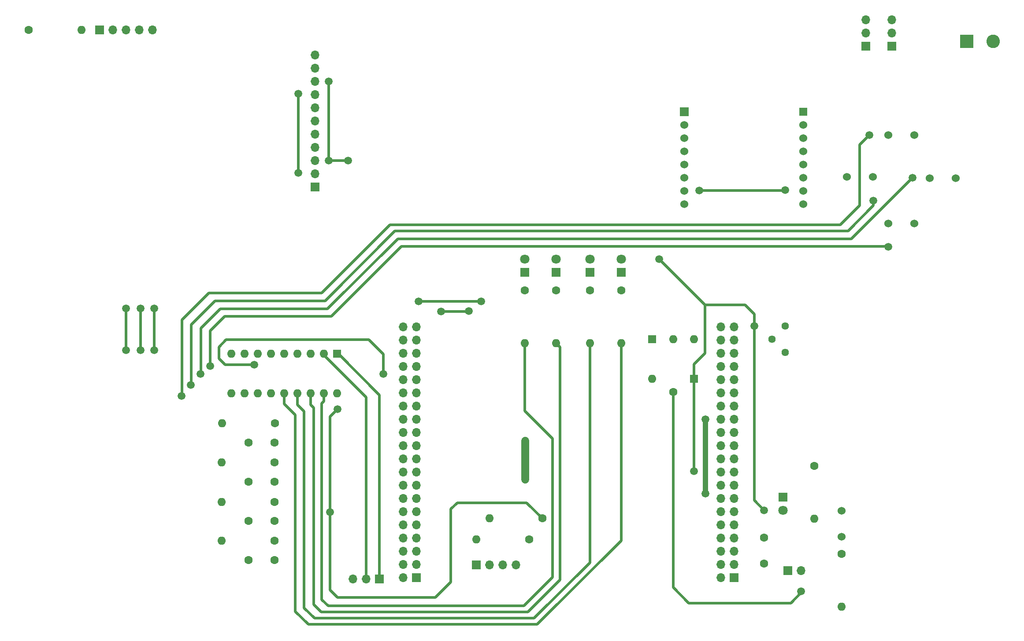
<source format=gbr>
%TF.GenerationSoftware,KiCad,Pcbnew,8.0.2*%
%TF.CreationDate,2024-05-28T15:51:09+02:00*%
%TF.ProjectId,Remote_Board_L476RG,52656d6f-7465-45f4-926f-6172645f4c34,rev?*%
%TF.SameCoordinates,Original*%
%TF.FileFunction,Copper,L1,Top*%
%TF.FilePolarity,Positive*%
%FSLAX46Y46*%
G04 Gerber Fmt 4.6, Leading zero omitted, Abs format (unit mm)*
G04 Created by KiCad (PCBNEW 8.0.2) date 2024-05-28 15:51:09*
%MOMM*%
%LPD*%
G01*
G04 APERTURE LIST*
%TA.AperFunction,ComponentPad*%
%ADD10R,1.700000X1.700000*%
%TD*%
%TA.AperFunction,ComponentPad*%
%ADD11O,1.700000X1.700000*%
%TD*%
%TA.AperFunction,ComponentPad*%
%ADD12C,1.600000*%
%TD*%
%TA.AperFunction,ComponentPad*%
%ADD13O,1.600000X1.600000*%
%TD*%
%TA.AperFunction,ComponentPad*%
%ADD14R,1.676400X1.676400*%
%TD*%
%TA.AperFunction,ComponentPad*%
%ADD15C,1.524000*%
%TD*%
%TA.AperFunction,ComponentPad*%
%ADD16R,1.524000X1.524000*%
%TD*%
%TA.AperFunction,ComponentPad*%
%ADD17R,1.800000X1.800000*%
%TD*%
%TA.AperFunction,ComponentPad*%
%ADD18C,1.800000*%
%TD*%
%TA.AperFunction,ComponentPad*%
%ADD19R,1.600000X1.600000*%
%TD*%
%TA.AperFunction,ComponentPad*%
%ADD20R,2.600000X2.600000*%
%TD*%
%TA.AperFunction,ComponentPad*%
%ADD21C,2.600000*%
%TD*%
%TA.AperFunction,ComponentPad*%
%ADD22C,1.440000*%
%TD*%
%TA.AperFunction,ViaPad*%
%ADD23C,1.500000*%
%TD*%
%TA.AperFunction,Conductor*%
%ADD24C,1.500000*%
%TD*%
%TA.AperFunction,Conductor*%
%ADD25C,0.500000*%
%TD*%
%TA.AperFunction,Conductor*%
%ADD26C,1.000000*%
%TD*%
G04 APERTURE END LIST*
D10*
%TO.P,J5,1,Pin_1*%
%TO.N,unconnected-(J5-Pin_1-Pad1)*%
X217200000Y-141760000D03*
D11*
%TO.P,J5,2,Pin_2*%
%TO.N,unconnected-(J5-Pin_2-Pad2)*%
X214660000Y-141760000D03*
%TO.P,J5,3,Pin_3*%
%TO.N,SW5_OUT*%
X217200000Y-139220000D03*
%TO.P,J5,4,Pin_4*%
%TO.N,unconnected-(J5-Pin_4-Pad4)*%
X214660000Y-139220000D03*
%TO.P,J5,5,Pin_5*%
%TO.N,LED_OUT*%
X217200000Y-136680000D03*
%TO.P,J5,6,Pin_6*%
%TO.N,unconnected-(J5-Pin_6-Pad6)*%
X214660000Y-136680000D03*
%TO.P,J5,7,Pin_7*%
%TO.N,unconnected-(J5-Pin_7-Pad7)*%
X217200000Y-134140000D03*
%TO.P,J5,8,Pin_8*%
%TO.N,unconnected-(J5-Pin_8-Pad8)*%
X214660000Y-134140000D03*
%TO.P,J5,9,Pin_9*%
%TO.N,unconnected-(J5-Pin_9-Pad9)*%
X217200000Y-131600000D03*
%TO.P,J5,10,Pin_10*%
%TO.N,unconnected-(J5-Pin_10-Pad10)*%
X214660000Y-131600000D03*
%TO.P,J5,11,Pin_11*%
%TO.N,unconnected-(J5-Pin_11-Pad11)*%
X217200000Y-129060000D03*
%TO.P,J5,12,Pin_12*%
%TO.N,unconnected-(J5-Pin_12-Pad12)*%
X214660000Y-129060000D03*
%TO.P,J5,13,Pin_13*%
%TO.N,unconnected-(J5-Pin_13-Pad13)*%
X217200000Y-126520000D03*
%TO.P,J5,14,Pin_14*%
%TO.N,unconnected-(J5-Pin_14-Pad14)*%
X214660000Y-126520000D03*
%TO.P,J5,15,Pin_15*%
%TO.N,unconnected-(J5-Pin_15-Pad15)*%
X217200000Y-123980000D03*
%TO.P,J5,16,Pin_16*%
%TO.N,unconnected-(J5-Pin_16-Pad16)*%
X214660000Y-123980000D03*
%TO.P,J5,17,Pin_17*%
%TO.N,nRF_INT*%
X217200000Y-121440000D03*
%TO.P,J5,18,Pin_18*%
%TO.N,3.3V_NUC*%
X214660000Y-121440000D03*
%TO.P,J5,19,Pin_19*%
%TO.N,nRF_CE*%
X217200000Y-118900000D03*
%TO.P,J5,20,Pin_20*%
%TO.N,5V_NUC*%
X214660000Y-118900000D03*
%TO.P,J5,21,Pin_21*%
%TO.N,GND*%
X217200000Y-116360000D03*
%TO.P,J5,22,Pin_22*%
X214660000Y-116360000D03*
%TO.P,J5,23,Pin_23*%
%TO.N,nRF_CS*%
X217200000Y-113820000D03*
%TO.P,J5,24,Pin_24*%
%TO.N,GND*%
X214660000Y-113820000D03*
%TO.P,J5,25,Pin_25*%
%TO.N,USER_BUTTON*%
X217200000Y-111280000D03*
%TO.P,J5,26,Pin_26*%
%TO.N,VIN*%
X214660000Y-111280000D03*
%TO.P,J5,27,Pin_27*%
%TO.N,unconnected-(J5-Pin_27-Pad27)*%
X217200000Y-108740000D03*
%TO.P,J5,28,Pin_28*%
%TO.N,unconnected-(J5-Pin_28-Pad28)*%
X214660000Y-108740000D03*
%TO.P,J5,29,Pin_29*%
%TO.N,unconnected-(J5-Pin_29-Pad29)*%
X217200000Y-106200000D03*
%TO.P,J5,30,Pin_30*%
%TO.N,unconnected-(J5-Pin_30-Pad30)*%
X214660000Y-106200000D03*
%TO.P,J5,31,Pin_31*%
%TO.N,unconnected-(J5-Pin_31-Pad31)*%
X217200000Y-103660000D03*
%TO.P,J5,32,Pin_32*%
%TO.N,unconnected-(J5-Pin_32-Pad32)*%
X214660000Y-103660000D03*
%TO.P,J5,33,Pin_33*%
%TO.N,unconnected-(J5-Pin_33-Pad33)*%
X217200000Y-101120000D03*
%TO.P,J5,34,Pin_34*%
%TO.N,ADC_OUT*%
X214660000Y-101120000D03*
%TO.P,J5,35,Pin_35*%
%TO.N,unconnected-(J5-Pin_35-Pad35)*%
X217200000Y-98580000D03*
%TO.P,J5,36,Pin_36*%
%TO.N,unconnected-(J5-Pin_36-Pad36)*%
X214660000Y-98580000D03*
%TO.P,J5,37,Pin_37*%
%TO.N,POT_OUT*%
X217200000Y-96040000D03*
%TO.P,J5,38,Pin_38*%
%TO.N,unconnected-(J5-Pin_38-Pad38)*%
X214660000Y-96040000D03*
%TO.P,J5,39,Pin_39*%
%TO.N,AN_IN*%
X217200000Y-93500000D03*
%TO.P,J5,40,Pin_40*%
%TO.N,unconnected-(J5-Pin_40-Pad40)*%
X214660000Y-93500000D03*
%TD*%
D10*
%TO.P,J6,1,Pin_1*%
%TO.N,unconnected-(J6-Pin_1-Pad1)*%
X156160001Y-141760000D03*
D11*
%TO.P,J6,2,Pin_2*%
%TO.N,unconnected-(J6-Pin_2-Pad2)*%
X153620001Y-141760000D03*
%TO.P,J6,3,Pin_3*%
%TO.N,unconnected-(J6-Pin_3-Pad3)*%
X156160001Y-139220000D03*
%TO.P,J6,4,Pin_4*%
%TO.N,LCD_DC*%
X153620001Y-139220000D03*
%TO.P,J6,5,Pin_5*%
%TO.N,SCL*%
X156160001Y-136680000D03*
%TO.P,J6,6,Pin_6*%
%TO.N,LCD_RES*%
X153620001Y-136680000D03*
%TO.P,J6,7,Pin_7*%
%TO.N,SDA*%
X156160001Y-134140000D03*
%TO.P,J6,8,Pin_8*%
%TO.N,LCD_CS*%
X153620001Y-134140000D03*
%TO.P,J6,9,Pin_9*%
%TO.N,unconnected-(J6-Pin_9-Pad9)*%
X156160001Y-131600000D03*
%TO.P,J6,10,Pin_10*%
%TO.N,unconnected-(J6-Pin_10-Pad10)*%
X153620001Y-131600000D03*
%TO.P,J6,11,Pin_11*%
%TO.N,unconnected-(J6-Pin_11-Pad11)*%
X156160001Y-129060000D03*
%TO.P,J6,12,Pin_12*%
%TO.N,unconnected-(J6-Pin_12-Pad12)*%
X153620001Y-129060000D03*
%TO.P,J6,13,Pin_13*%
%TO.N,SCK*%
X156160001Y-126520000D03*
%TO.P,J6,14,Pin_14*%
%TO.N,SW1_OUT*%
X153620001Y-126520000D03*
%TO.P,J6,15,Pin_15*%
%TO.N,MISO*%
X156160001Y-123980000D03*
%TO.P,J6,16,Pin_16*%
%TO.N,SW2_OUT*%
X153620001Y-123980000D03*
%TO.P,J6,17,Pin_17*%
%TO.N,MOSI*%
X156160001Y-121440000D03*
%TO.P,J6,18,Pin_18*%
%TO.N,SW3_OUT*%
X153620001Y-121440000D03*
%TO.P,J6,19,Pin_19*%
%TO.N,unconnected-(J6-Pin_19-Pad19)*%
X156160001Y-118900000D03*
%TO.P,J6,20,Pin_20*%
%TO.N,SW4_OUT*%
X153620001Y-118900000D03*
%TO.P,J6,21,Pin_21*%
%TO.N,unconnected-(J6-Pin_21-Pad21)*%
X156160001Y-116360000D03*
%TO.P,J6,22,Pin_22*%
%TO.N,GND*%
X153620001Y-116360000D03*
%TO.P,J6,23,Pin_23*%
%TO.N,unconnected-(J6-Pin_23-Pad23)*%
X156160001Y-113820000D03*
%TO.P,J6,24,Pin_24*%
%TO.N,JOYSW*%
X153620001Y-113820000D03*
%TO.P,J6,25,Pin_25*%
%TO.N,unconnected-(J6-Pin_25-Pad25)*%
X156160001Y-111280000D03*
%TO.P,J6,26,Pin_26*%
%TO.N,JOYY*%
X153620001Y-111280000D03*
%TO.P,J6,27,Pin_27*%
%TO.N,unconnected-(J6-Pin_27-Pad27)*%
X156160001Y-108740000D03*
%TO.P,J6,28,Pin_28*%
%TO.N,unconnected-(J6-Pin_28-Pad28)*%
X153620001Y-108740000D03*
%TO.P,J6,29,Pin_29*%
%TO.N,unconnected-(J6-Pin_29-Pad29)*%
X156160001Y-106200000D03*
%TO.P,J6,30,Pin_30*%
%TO.N,unconnected-(J6-Pin_30-Pad30)*%
X153620001Y-106200000D03*
%TO.P,J6,31,Pin_31*%
%TO.N,unconnected-(J6-Pin_31-Pad31)*%
X156160001Y-103660000D03*
%TO.P,J6,32,Pin_32*%
%TO.N,MCP_INT*%
X153620001Y-103660000D03*
%TO.P,J6,33,Pin_33*%
%TO.N,unconnected-(J6-Pin_33-Pad33)*%
X156160001Y-101120000D03*
%TO.P,J6,34,Pin_34*%
%TO.N,unconnected-(J6-Pin_34-Pad34)*%
X153620001Y-101120000D03*
%TO.P,J6,35,Pin_35*%
%TO.N,SD_CS*%
X156160001Y-98580000D03*
%TO.P,J6,36,Pin_36*%
%TO.N,JOYX*%
X153620001Y-98580000D03*
%TO.P,J6,37,Pin_37*%
%TO.N,unconnected-(J6-Pin_37-Pad37)*%
X156160001Y-96040000D03*
%TO.P,J6,38,Pin_38*%
%TO.N,unconnected-(J6-Pin_38-Pad38)*%
X153620001Y-96040000D03*
%TO.P,J6,39,Pin_39*%
%TO.N,unconnected-(J6-Pin_39-Pad39)*%
X156160001Y-93500000D03*
%TO.P,J6,40,Pin_40*%
%TO.N,unconnected-(J6-Pin_40-Pad40)*%
X153620001Y-93500000D03*
%TD*%
D12*
%TO.P,R2,1*%
%TO.N,SW1_OUT*%
X128900000Y-134700000D03*
D13*
%TO.P,R2,2*%
%TO.N,GND*%
X118740000Y-134700000D03*
%TD*%
D14*
%TO.P,CON1,P1,AN*%
%TO.N,unconnected-(CON1-AN-PadP1)*%
X207670000Y-52130000D03*
D15*
%TO.P,CON1,P2,RST*%
%TO.N,nRF_CE*%
X207670000Y-54670000D03*
%TO.P,CON1,P3,CS*%
%TO.N,nRF_CS*%
X207670000Y-57210000D03*
%TO.P,CON1,P4,SCK*%
%TO.N,SCK*%
X207670000Y-59750000D03*
%TO.P,CON1,P5,MISO*%
%TO.N,MISO*%
X207670000Y-62290000D03*
%TO.P,CON1,P6,MOSI*%
%TO.N,MOSI*%
X207670000Y-64830000D03*
%TO.P,CON1,P7,3V3*%
%TO.N,3.3V_NUC*%
X207670000Y-67370000D03*
%TO.P,CON1,P8,GND1*%
%TO.N,GND*%
X207670000Y-69910000D03*
%TO.P,CON1,P9,GND2*%
X230530000Y-69910000D03*
%TO.P,CON1,P10,5V*%
%TO.N,unconnected-(CON1-5V-PadP10)*%
X230530000Y-67370000D03*
%TO.P,CON1,P11,SDA*%
%TO.N,unconnected-(CON1-SDA-PadP11)*%
X230530000Y-64830000D03*
%TO.P,CON1,P12,SCL*%
%TO.N,unconnected-(CON1-SCL-PadP12)*%
X230530000Y-62290000D03*
%TO.P,CON1,P13,RX*%
%TO.N,unconnected-(CON1-RX-PadP13)*%
X230530000Y-59750000D03*
%TO.P,CON1,P14,TX*%
%TO.N,unconnected-(CON1-TX-PadP14)*%
X230530000Y-57210000D03*
%TO.P,CON1,P15,INT*%
%TO.N,nRF_INT*%
X230530000Y-54670000D03*
D16*
%TO.P,CON1,P16,PWM*%
%TO.N,unconnected-(CON1-PWM-PadP16)*%
X230530000Y-52130000D03*
%TD*%
D17*
%TO.P,D5,1,K*%
%TO.N,Net-(D5-K)*%
X189500000Y-83040000D03*
D18*
%TO.P,D5,2,A*%
%TO.N,3.3V_NUC*%
X189500000Y-80500000D03*
%TD*%
D19*
%TO.P,D2,1,K*%
%TO.N,AN_IN*%
X201500000Y-95880000D03*
D13*
%TO.P,D2,2,A*%
%TO.N,GND*%
X201500000Y-103500000D03*
%TD*%
D19*
%TO.P,D1,1,K*%
%TO.N,3.3V_NUC*%
X209500000Y-103500000D03*
D13*
%TO.P,D1,2,A*%
%TO.N,AN_IN*%
X209500000Y-95880000D03*
%TD*%
D12*
%TO.P,R8,1*%
%TO.N,3.3V_NUC*%
X177860000Y-134400000D03*
D13*
%TO.P,R8,2*%
%TO.N,SCL*%
X167700000Y-134400000D03*
%TD*%
D12*
%TO.P,R5,1*%
%TO.N,SW2_OUT*%
X128900000Y-127200000D03*
D13*
%TO.P,R5,2*%
%TO.N,GND*%
X118740000Y-127200000D03*
%TD*%
D12*
%TO.P,C4,1*%
%TO.N,3.3V_NUC*%
X123900000Y-123300000D03*
%TO.P,C4,2*%
%TO.N,SW3_OUT*%
X128900000Y-123300000D03*
%TD*%
D20*
%TO.P,J4,1,Pin_1*%
%TO.N,GND*%
X261910000Y-38600000D03*
D21*
%TO.P,J4,2,Pin_2*%
%TO.N,VIN*%
X266990000Y-38600000D03*
%TD*%
D12*
%TO.P,R13,1*%
%TO.N,Net-(D5-K)*%
X189500000Y-86500000D03*
D13*
%TO.P,R13,2*%
%TO.N,LED2*%
X189500000Y-96660000D03*
%TD*%
D10*
%TO.P,J7,1,Pin_1*%
%TO.N,SCL*%
X149050000Y-142050000D03*
D11*
%TO.P,J7,2,Pin_2*%
%TO.N,SDA*%
X146510000Y-142050000D03*
%TO.P,J7,3,Pin_3*%
%TO.N,GND*%
X143970000Y-142050000D03*
%TD*%
D12*
%TO.P,R3,1*%
%TO.N,3.3V_NUC*%
X81640000Y-36400000D03*
D13*
%TO.P,R3,2*%
%TO.N,JOYSW*%
X91800000Y-36400000D03*
%TD*%
D10*
%TO.P,J1,1,Pin_1*%
%TO.N,SD_CS*%
X136700000Y-66580000D03*
D11*
%TO.P,J1,2,Pin_2*%
%TO.N,MOSI*%
X136700000Y-64040000D03*
%TO.P,J1,3,Pin_3*%
%TO.N,SCK*%
X136700000Y-61500000D03*
%TO.P,J1,4,Pin_4*%
%TO.N,MISO*%
X136700000Y-58960000D03*
%TO.P,J1,5,Pin_5*%
%TO.N,LCD_CS*%
X136700000Y-56420000D03*
%TO.P,J1,6,Pin_6*%
%TO.N,LCD_RES*%
X136700000Y-53880000D03*
%TO.P,J1,7,Pin_7*%
%TO.N,LCD_DC*%
X136700000Y-51340000D03*
%TO.P,J1,8,Pin_8*%
%TO.N,MOSI*%
X136700000Y-48800000D03*
%TO.P,J1,9,Pin_9*%
%TO.N,SCK*%
X136700000Y-46260000D03*
%TO.P,J1,10,Pin_10*%
%TO.N,GND*%
X136700000Y-43720000D03*
%TO.P,J1,11,Pin_11*%
%TO.N,3.3V_NUC*%
X136700000Y-41180000D03*
%TD*%
D12*
%TO.P,R12,1*%
%TO.N,Net-(D4-K)*%
X195500000Y-86500000D03*
D13*
%TO.P,R12,2*%
%TO.N,LED1*%
X195500000Y-96660000D03*
%TD*%
D15*
%TO.P,SW5,1,1*%
%TO.N,3.3V_NUC*%
X237900000Y-128900000D03*
%TO.P,SW5,2,2*%
%TO.N,SW5_OUT*%
X237900000Y-133900000D03*
%TD*%
D10*
%TO.P,J8,1,Pin_1*%
%TO.N,SCL*%
X167700000Y-139350000D03*
D11*
%TO.P,J8,2,Pin_2*%
%TO.N,SDA*%
X170240000Y-139350000D03*
%TO.P,J8,3,Pin_3*%
%TO.N,5V_NUC*%
X172780000Y-139350000D03*
%TO.P,J8,4,Pin_4*%
%TO.N,GND*%
X175320000Y-139350000D03*
%TD*%
D12*
%TO.P,R7,1*%
%TO.N,SW4_OUT*%
X129000000Y-112100000D03*
D13*
%TO.P,R7,2*%
%TO.N,GND*%
X118840000Y-112100000D03*
%TD*%
D12*
%TO.P,R14,1*%
%TO.N,Net-(D6-K)*%
X183000000Y-86500000D03*
D13*
%TO.P,R14,2*%
%TO.N,LED3*%
X183000000Y-96660000D03*
%TD*%
D10*
%TO.P,J9,1,Pin_1*%
%TO.N,GND*%
X242500000Y-39500000D03*
D11*
%TO.P,J9,2,Pin_2*%
X242500000Y-36960000D03*
%TO.P,J9,3,Pin_3*%
X242500000Y-34420000D03*
%TD*%
D10*
%TO.P,J2,1,Pin_1*%
%TO.N,JOYSW*%
X95275000Y-36350000D03*
D11*
%TO.P,J2,2,Pin_2*%
%TO.N,JOYY*%
X97815000Y-36350000D03*
%TO.P,J2,3,Pin_3*%
%TO.N,JOYX*%
X100355000Y-36350000D03*
%TO.P,J2,4,Pin_4*%
%TO.N,GND*%
X102895000Y-36350000D03*
%TO.P,J2,5,Pin_5*%
%TO.N,3.3V_NUC*%
X105435000Y-36350000D03*
%TD*%
D15*
%TO.P,SW1,1,1*%
%TO.N,3.3V_NUC*%
X251800000Y-56600000D03*
%TO.P,SW1,2,2*%
%TO.N,SW1_OUT*%
X246800000Y-56600000D03*
%TD*%
D17*
%TO.P,D7,1,K*%
%TO.N,Net-(D7-K)*%
X177000000Y-83040000D03*
D18*
%TO.P,D7,2,A*%
%TO.N,3.3V_NUC*%
X177000000Y-80500000D03*
%TD*%
D12*
%TO.P,R16,1*%
%TO.N,SW5_OUT*%
X237900000Y-137200000D03*
D13*
%TO.P,R16,2*%
%TO.N,GND*%
X237900000Y-147360000D03*
%TD*%
D12*
%TO.P,R11,1*%
%TO.N,Net-(D3-K)*%
X232600000Y-120300000D03*
D13*
%TO.P,R11,2*%
%TO.N,LED_OUT*%
X232600000Y-130460000D03*
%TD*%
D12*
%TO.P,R9,1*%
%TO.N,3.3V_NUC*%
X180360000Y-130400000D03*
D13*
%TO.P,R9,2*%
%TO.N,SDA*%
X170200000Y-130400000D03*
%TD*%
D17*
%TO.P,D4,1,K*%
%TO.N,Net-(D4-K)*%
X195500000Y-83040000D03*
D18*
%TO.P,D4,2,A*%
%TO.N,3.3V_NUC*%
X195500000Y-80500000D03*
%TD*%
D12*
%TO.P,C3,1*%
%TO.N,3.3V_NUC*%
X123900000Y-130900000D03*
%TO.P,C3,2*%
%TO.N,SW2_OUT*%
X128900000Y-130900000D03*
%TD*%
%TO.P,R6,1*%
%TO.N,SW3_OUT*%
X128900000Y-119600000D03*
D13*
%TO.P,R6,2*%
%TO.N,GND*%
X118740000Y-119600000D03*
%TD*%
D17*
%TO.P,D6,1,K*%
%TO.N,Net-(D6-K)*%
X183000000Y-83040000D03*
D18*
%TO.P,D6,2,A*%
%TO.N,3.3V_NUC*%
X183000000Y-80500000D03*
%TD*%
D12*
%TO.P,C2,1*%
%TO.N,3.3V_NUC*%
X123900000Y-138400000D03*
%TO.P,C2,2*%
%TO.N,SW1_OUT*%
X128900000Y-138400000D03*
%TD*%
D22*
%TO.P,RV1,1,1*%
%TO.N,3.3V_NUC*%
X227000000Y-93400000D03*
%TO.P,RV1,2,2*%
%TO.N,POT_OUT*%
X224460000Y-95940000D03*
%TO.P,RV1,3,3*%
%TO.N,GND*%
X227000000Y-98480000D03*
%TD*%
D15*
%TO.P,SW3,1,1*%
%TO.N,3.3V_NUC*%
X259800000Y-64900000D03*
%TO.P,SW3,2,2*%
%TO.N,SW3_OUT*%
X254800000Y-64900000D03*
%TD*%
%TO.P,SW4,1,1*%
%TO.N,3.3V_NUC*%
X251800000Y-73600000D03*
%TO.P,SW4,2,2*%
%TO.N,SW4_OUT*%
X246800000Y-73600000D03*
%TD*%
D10*
%TO.P,J3,1,Pin_1*%
%TO.N,GND*%
X227560000Y-140400000D03*
D11*
%TO.P,J3,2,Pin_2*%
%TO.N,Net-(J3-Pin_2)*%
X230100000Y-140400000D03*
%TD*%
D15*
%TO.P,SW2,1,1*%
%TO.N,3.3V_NUC*%
X238900000Y-64700000D03*
%TO.P,SW2,2,2*%
%TO.N,SW2_OUT*%
X243900000Y-64700000D03*
%TD*%
D12*
%TO.P,R15,1*%
%TO.N,Net-(D7-K)*%
X177000000Y-86500000D03*
D13*
%TO.P,R15,2*%
%TO.N,LED4*%
X177000000Y-96660000D03*
%TD*%
D10*
%TO.P,J10,1,Pin_1*%
%TO.N,3.3V_NUC*%
X247500000Y-39500000D03*
D11*
%TO.P,J10,2,Pin_2*%
X247500000Y-36960000D03*
%TO.P,J10,3,Pin_3*%
X247500000Y-34420000D03*
%TD*%
D19*
%TO.P,U1,1,SCL*%
%TO.N,SCL*%
X140920000Y-98740000D03*
D13*
%TO.P,U1,2,SDA*%
%TO.N,SDA*%
X138380000Y-98740000D03*
%TO.P,U1,3,A2*%
%TO.N,GND*%
X135840000Y-98740000D03*
%TO.P,U1,4,A1*%
X133300000Y-98740000D03*
%TO.P,U1,5,A0*%
X130760000Y-98740000D03*
%TO.P,U1,6,~{RESET}*%
%TO.N,3.3V_NUC*%
X128220000Y-98740000D03*
%TO.P,U1,7,NC*%
%TO.N,unconnected-(U1-NC-Pad7)*%
X125680000Y-98740000D03*
%TO.P,U1,8,INT*%
%TO.N,MCP_INT*%
X123140000Y-98740000D03*
%TO.P,U1,9,VSS*%
%TO.N,GND*%
X120600000Y-98740000D03*
%TO.P,U1,10,GP0*%
%TO.N,SW1_OUT*%
X120600000Y-106360000D03*
%TO.P,U1,11,GP1*%
%TO.N,SW2_OUT*%
X123140000Y-106360000D03*
%TO.P,U1,12,GP2*%
%TO.N,SW3_OUT*%
X125680000Y-106360000D03*
%TO.P,U1,13,GP3*%
%TO.N,SW4_OUT*%
X128220000Y-106360000D03*
%TO.P,U1,14,GP4*%
%TO.N,LED1*%
X130760000Y-106360000D03*
%TO.P,U1,15,GP5*%
%TO.N,LED2*%
X133300000Y-106360000D03*
%TO.P,U1,16,GP6*%
%TO.N,LED3*%
X135840000Y-106360000D03*
%TO.P,U1,17,GP7*%
%TO.N,LED4*%
X138380000Y-106360000D03*
%TO.P,U1,18,VDD*%
%TO.N,3.3V_NUC*%
X140920000Y-106360000D03*
%TD*%
D12*
%TO.P,C5,1*%
%TO.N,3.3V_NUC*%
X123900000Y-115800000D03*
%TO.P,C5,2*%
%TO.N,SW4_OUT*%
X128900000Y-115800000D03*
%TD*%
%TO.P,R4,1*%
%TO.N,Net-(J3-Pin_2)*%
X205500000Y-106040000D03*
D13*
%TO.P,R4,2*%
%TO.N,AN_IN*%
X205500000Y-95880000D03*
%TD*%
D17*
%TO.P,D3,1,K*%
%TO.N,Net-(D3-K)*%
X226625000Y-126325000D03*
D18*
%TO.P,D3,2,A*%
%TO.N,3.3V_NUC*%
X226625000Y-128865000D03*
%TD*%
D12*
%TO.P,C6,1*%
%TO.N,3.3V_NUC*%
X223000000Y-134100000D03*
%TO.P,C6,2*%
%TO.N,SW5_OUT*%
X223000000Y-139100000D03*
%TD*%
D23*
%TO.N,GND*%
X177100000Y-115500000D03*
X177100000Y-122900000D03*
%TO.N,SW1_OUT*%
X111000000Y-106800000D03*
X243200000Y-56600000D03*
%TO.N,SW2_OUT*%
X244000000Y-69200000D03*
X112800000Y-104700000D03*
%TO.N,SW3_OUT*%
X251500000Y-64800000D03*
X114700000Y-102600000D03*
%TO.N,VIN*%
X211700000Y-125600000D03*
X211700000Y-111300000D03*
%TO.N,SW4_OUT*%
X116500000Y-101100000D03*
X246800000Y-78100000D03*
X246800000Y-78100000D03*
%TO.N,LCD_CS*%
X105800000Y-90000000D03*
X105800000Y-98000000D03*
%TO.N,LCD_RES*%
X103200000Y-98000000D03*
X103200000Y-90000000D03*
%TO.N,LCD_DC*%
X100400000Y-90000000D03*
X100400000Y-98000000D03*
%TO.N,Net-(J3-Pin_2)*%
X230100000Y-144400000D03*
%TO.N,3.3V_NUC*%
X221100000Y-93400000D03*
X202800000Y-80500000D03*
X141000000Y-109400000D03*
X139600000Y-129200000D03*
X227000000Y-67200000D03*
X223000000Y-128800000D03*
X209500000Y-121300000D03*
X210500000Y-67300000D03*
%TO.N,SCK*%
X139300000Y-46300000D03*
X139300000Y-61500000D03*
X143000000Y-61500000D03*
%TO.N,MISO*%
X160900000Y-90600000D03*
X166200000Y-90500000D03*
X166200000Y-90500000D03*
%TO.N,MOSI*%
X168600000Y-88600000D03*
X133500000Y-48700000D03*
X156600000Y-88600000D03*
X133500000Y-63900000D03*
%TO.N,MCP_INT*%
X125000000Y-100800000D03*
X149800000Y-102600000D03*
%TD*%
D24*
%TO.N,GND*%
X177100000Y-122900000D02*
X177100000Y-115500000D01*
D25*
%TO.N,SW1_OUT*%
X116300000Y-87000000D02*
X138000000Y-87000000D01*
X241300000Y-70200000D02*
X241300000Y-58500000D01*
X241300000Y-58500000D02*
X243200000Y-56600000D01*
X237600000Y-73900000D02*
X241300000Y-70200000D01*
X111000000Y-106800000D02*
X111100000Y-106700000D01*
X138000000Y-87000000D02*
X151100000Y-73900000D01*
X111100000Y-106700000D02*
X111100000Y-92200000D01*
X111100000Y-92200000D02*
X116300000Y-87000000D01*
X151100000Y-73900000D02*
X237600000Y-73900000D01*
%TO.N,SW2_OUT*%
X152000000Y-75100000D02*
X239100000Y-75100000D01*
X112900000Y-93100000D02*
X117500000Y-88500000D01*
X117500000Y-88500000D02*
X138600000Y-88500000D01*
X138600000Y-88500000D02*
X152000000Y-75100000D01*
X112800000Y-104700000D02*
X112900000Y-104600000D01*
X112900000Y-104600000D02*
X112900000Y-93100000D01*
X239100000Y-75100000D02*
X244000000Y-70200000D01*
X244000000Y-70200000D02*
X244000000Y-69200000D01*
%TO.N,SW3_OUT*%
X251700000Y-64800000D02*
X251500000Y-64800000D01*
X114800000Y-93800000D02*
X118500000Y-90100000D01*
X239700000Y-76600000D02*
X251500000Y-64800000D01*
X152600000Y-76600000D02*
X239700000Y-76600000D01*
X114800000Y-102500000D02*
X114800000Y-93800000D01*
X114700000Y-102600000D02*
X114800000Y-102500000D01*
X118500000Y-90100000D02*
X139100000Y-90100000D01*
X139100000Y-90100000D02*
X152600000Y-76600000D01*
D26*
%TO.N,VIN*%
X211700000Y-125600000D02*
X211700000Y-111300000D01*
D25*
%TO.N,SW4_OUT*%
X116400000Y-101000000D02*
X116500000Y-101100000D01*
X246700000Y-78000000D02*
X153300000Y-78000000D01*
X139800000Y-91500000D02*
X119300000Y-91500000D01*
X246800000Y-78100000D02*
X246700000Y-78000000D01*
X153300000Y-78000000D02*
X139800000Y-91500000D01*
X116500000Y-101100000D02*
X116500000Y-94300000D01*
X119300000Y-91500000D02*
X116500000Y-94300000D01*
%TO.N,LCD_CS*%
X105800000Y-98000000D02*
X105800000Y-90000000D01*
%TO.N,LCD_RES*%
X103200000Y-90000000D02*
X103200000Y-98000000D01*
%TO.N,LCD_DC*%
X100400000Y-90000000D02*
X100400000Y-98000000D01*
%TO.N,Net-(J3-Pin_2)*%
X205500000Y-143700000D02*
X205500000Y-106040000D01*
X228100000Y-146700000D02*
X208500000Y-146700000D01*
X208500000Y-146700000D02*
X205500000Y-143700000D01*
X230100000Y-144400000D02*
X230100000Y-144700000D01*
X230100000Y-144700000D02*
X228100000Y-146700000D01*
%TO.N,3.3V_NUC*%
X211600000Y-91700000D02*
X211600000Y-98600000D01*
X159800000Y-145600000D02*
X162800000Y-142600000D01*
X162800000Y-142600000D02*
X162800000Y-128600000D01*
X202800000Y-80500000D02*
X211600000Y-89300000D01*
X209500000Y-103500000D02*
X209500000Y-121300000D01*
X210500000Y-67300000D02*
X226900000Y-67300000D01*
X219300000Y-89300000D02*
X211600000Y-89300000D01*
X221100000Y-93400000D02*
X221100000Y-91100000D01*
X141000000Y-109400000D02*
X139600000Y-110800000D01*
X223000000Y-128800000D02*
X221100000Y-126900000D01*
X139600000Y-144200000D02*
X141000000Y-145600000D01*
X211600000Y-89300000D02*
X211600000Y-91700000D01*
X211600000Y-98600000D02*
X209500000Y-100700000D01*
X226900000Y-67300000D02*
X227000000Y-67200000D01*
X139600000Y-110800000D02*
X139600000Y-144200000D01*
X221100000Y-91100000D02*
X219300000Y-89300000D01*
X162800000Y-128600000D02*
X164000000Y-127400000D01*
X209500000Y-100700000D02*
X209500000Y-103500000D01*
X177360000Y-127400000D02*
X180360000Y-130400000D01*
X164000000Y-127400000D02*
X177360000Y-127400000D01*
X141000000Y-145600000D02*
X159800000Y-145600000D01*
X221100000Y-126900000D02*
X221100000Y-93400000D01*
%TO.N,SCK*%
X139300000Y-61500000D02*
X143000000Y-61500000D01*
X139300000Y-61500000D02*
X139300000Y-46300000D01*
%TO.N,MISO*%
X160900000Y-90600000D02*
X166100000Y-90600000D01*
X166100000Y-90600000D02*
X166200000Y-90500000D01*
%TO.N,MOSI*%
X133600000Y-64000000D02*
X133500000Y-63900000D01*
X156600000Y-88600000D02*
X168600000Y-88600000D01*
X133400000Y-48600000D02*
X133500000Y-48700000D01*
X133500000Y-63900000D02*
X133500000Y-48700000D01*
%TO.N,SDA*%
X146510000Y-107085000D02*
X146510000Y-142050000D01*
X138380000Y-98740000D02*
X138380000Y-98955000D01*
X138380000Y-98955000D02*
X146510000Y-107085000D01*
%TO.N,SCL*%
X149050000Y-142050000D02*
X149050000Y-106650000D01*
X141140000Y-98740000D02*
X140920000Y-98740000D01*
X149050000Y-106650000D02*
X141140000Y-98740000D01*
%TO.N,MCP_INT*%
X118200000Y-99600000D02*
X118200000Y-97400000D01*
X119400000Y-100800000D02*
X118200000Y-99600000D01*
X118200000Y-97400000D02*
X119600000Y-96000000D01*
X149800000Y-98800000D02*
X149800000Y-102600000D01*
X147000000Y-96000000D02*
X149800000Y-98800000D01*
X125000000Y-100800000D02*
X119400000Y-100800000D01*
X119600000Y-96000000D02*
X147000000Y-96000000D01*
%TO.N,LED1*%
X132900000Y-110500000D02*
X132900000Y-148300000D01*
X135400000Y-150800000D02*
X179400000Y-150800000D01*
X179400000Y-150800000D02*
X195500000Y-134700000D01*
X130760000Y-108360000D02*
X132900000Y-110500000D01*
X132900000Y-148300000D02*
X135400000Y-150800000D01*
X195500000Y-134700000D02*
X195500000Y-96660000D01*
X130760000Y-106360000D02*
X130760000Y-108360000D01*
%TO.N,LED2*%
X136600000Y-149600000D02*
X178800000Y-149600000D01*
X134600000Y-109800000D02*
X134600000Y-147600000D01*
X133300000Y-108500000D02*
X134600000Y-109800000D01*
X189500000Y-138900000D02*
X189500000Y-96660000D01*
X178800000Y-149600000D02*
X189500000Y-138900000D01*
X134600000Y-147600000D02*
X136600000Y-149600000D01*
X133300000Y-106360000D02*
X133300000Y-108500000D01*
%TO.N,LED3*%
X183800000Y-142200000D02*
X177600000Y-148400000D01*
X136400000Y-109100000D02*
X135840000Y-108540000D01*
X137850000Y-148400000D02*
X136400000Y-146950000D01*
X177600000Y-148400000D02*
X137850000Y-148400000D01*
X183800000Y-97460000D02*
X183800000Y-142200000D01*
X135840000Y-108540000D02*
X135840000Y-106360000D01*
X136400000Y-146950000D02*
X136400000Y-109100000D01*
X183000000Y-96660000D02*
X183800000Y-97460000D01*
%TO.N,LED4*%
X138380000Y-107880000D02*
X138000000Y-108260000D01*
X138000000Y-146000000D02*
X139200000Y-147200000D01*
X182300000Y-141700000D02*
X182300000Y-115000000D01*
X177000000Y-109700000D02*
X177000000Y-96660000D01*
X139200000Y-147200000D02*
X176800000Y-147200000D01*
X182300000Y-115000000D02*
X177000000Y-109700000D01*
X176800000Y-147200000D02*
X182300000Y-141700000D01*
X138000000Y-108260000D02*
X138000000Y-146000000D01*
X138380000Y-106360000D02*
X138380000Y-107880000D01*
%TD*%
M02*

</source>
